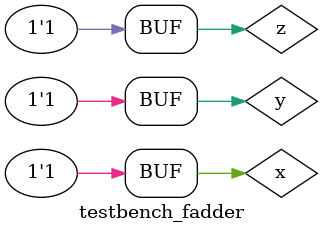
<source format=v>
`include "FADDER.v"
module testbench_fadder;
	 reg x,y,z;
	 wire s,c;
	 FADDER fl(s,c,x,y,z);
	 initial
	 $monitor(,$time,"x=%b,y=%b,z=%b,s=%b,c=%b",x,y,z,s,c);
	 initial
	 begin
	 #0 x=1'b0;y=1'b0;z=1'b0;
	 #4 x=1'b1;y=1'b0;z=1'b0;
	 #4 x=1'b0;y=1'b1;z=1'b0;
	 #4 x=1'b1;y=1'b1;z=1'b0;
	 #4 x=1'b0;y=1'b0;z=1'b1;
	 #4 x=1'b1;y=1'b0;z=1'b1;
	 #4 x=1'b0;y=1'b1;z=1'b1;
	 #4 x=1'b1;y=1'b1;z=1'b1;
	 end
endmodule
</source>
